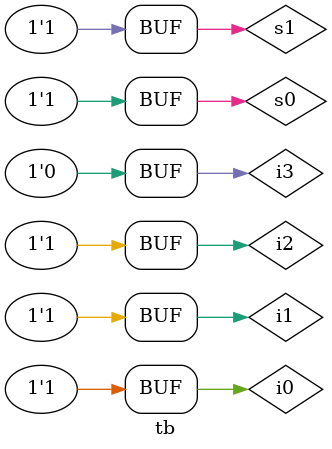
<source format=sv>
/*module tb;
  reg i0,i1,i2,i3,s0,s1;
  wire out ;
  
  mux_4x1 mux_4x1_inst(.i0(i0),.i1(i1),.i2(i2),.i3(i3),.s0(s0),.s1(s1),.out(out));
  initial begin
    $monitor("t=%0t, s0=%b, s1=%b, i0=%b, i1=%b, i2=%b, i3=%b, out=%b", $time,s0,s1,i0,i1,i2,i3,out);
    # 5 s1=0;s0=0; i0=1; i1=0; i2=0; i3=0; 
    #5 s1=0; s0=1; i1=1; i1=0; i2=1; i3=1;
    #5 s1=1; s0=0; i0=0; i1=0; i2=1; i3=0;
    #5 s1=1; s0=1;  i0=1; i1=1; i2=1; i3=0; 
  end 
   
  initial 
    begin
      $dumpfile("dump.vcd");
      $dumpvars(1);
    end
  
endmodule*/

module tb; 
  
  reg i0,i1,i2,i3,s0,s1;
  wire y;
  
  mux_4x1 mux_4x1_inst(.i0(i0),.i1(i1),.i2(i2),.i3(i3),.s0(s0),.s1(s1),.y(y));
  initial 
    begin
      $monitor("t=%0t, i0=%b, i1=%b, i2=%b, i3=%b, s0=%b, s1=%b, y=%b", $time, i0,i1,i2,i3,s1,s0,y);
    #5 s1=0;s0=0; i0=1; i1=0; i2=0; i3=0; 
    #5 s1=0; s0=1; i1=1; i1=0; i2=1; i3=1;
    #5 s1=1; s0=0; i0=0; i1=0; i2=1; i3=0;
    #5 s1=1; s0=1;  i0=1; i1=1; i2=1; i3=0; 
  end 
  endmodule 
</source>
